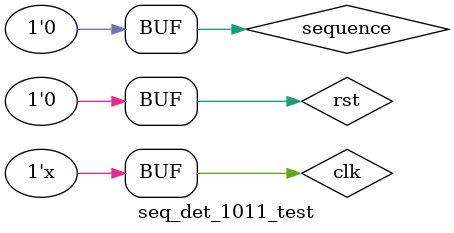
<source format=v>
module seq_det_1011_test;

	// Inputs
	reg clk;
	reg rst;
	reg sequence;

	// Outputs
	wire tick;

	// Instantiate the Unit Under Test (UUT)
	seq_det_1011 uut (
		.clk(clk), 
		.rst(rst), 
		.sequence(sequence), 
		.tick(tick)
	);
   always#100 clk=~clk;
	initial begin
		// Initialize Inputs
		clk = 0;
		rst = 1;
		sequence = 0;

		// Wait 100 ns for global reset to finish
		   /*#100 rst=1'b0;sequence=1'b0;
			#100 rst=1'b0;sequence=1'b1;
			#100 rst=1'b1;sequence=1'b0;
			#100 rst=1'b1;sequence=1'b1;*/
		 #30;rst = 0;
       #40;sequence = 1;
       #10;sequence= 0;
       #10;sequence= 1; 
       #20;sequence = 0; 
       #20;sequence = 1; 
       #20;sequence = 0; 
        
		// Add stimulus here

	end
      
endmodule


</source>
